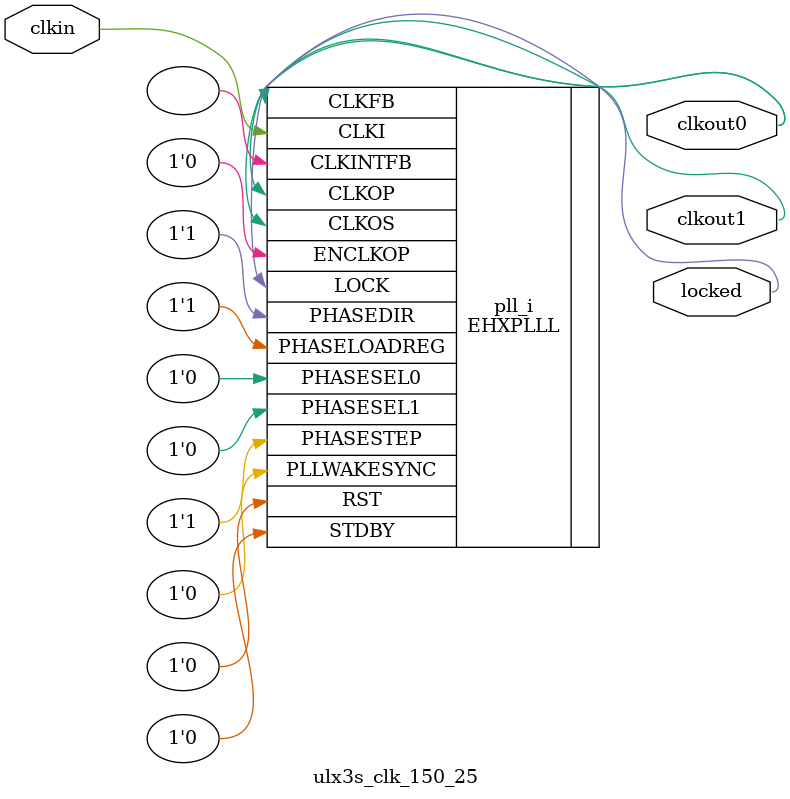
<source format=v>
module ulx3s_clk_150_25
(
    input clkin, // 25 MHz, 0 deg
    output clkout0, // 150 MHz, 0 deg
    output clkout1, // 25 MHz, 0 deg
    output locked
);
(* FREQUENCY_PIN_CLKI="25" *)
(* FREQUENCY_PIN_CLKOP="150" *)
(* FREQUENCY_PIN_CLKOS="25" *)
(* ICP_CURRENT="12" *) (* LPF_RESISTOR="8" *) (* MFG_ENABLE_FILTEROPAMP="1" *) (* MFG_GMCREF_SEL="2" *)
EHXPLLL #(
        .PLLRST_ENA("DISABLED"),
        .INTFB_WAKE("DISABLED"),
        .STDBY_ENABLE("DISABLED"),
        .DPHASE_SOURCE("DISABLED"),
        .OUTDIVIDER_MUXA("DIVA"),
        .OUTDIVIDER_MUXB("DIVB"),
        .OUTDIVIDER_MUXC("DIVC"),
        .OUTDIVIDER_MUXD("DIVD"),
        .CLKI_DIV(1),
        .CLKOP_ENABLE("ENABLED"),
        .CLKOP_DIV(4),
        .CLKOP_CPHASE(2),
        .CLKOP_FPHASE(0),
        .CLKOS_ENABLE("ENABLED"),
        .CLKOS_DIV(24),
        .CLKOS_CPHASE(2),
        .CLKOS_FPHASE(0),
        .FEEDBK_PATH("CLKOP"),
        .CLKFB_DIV(6)
    ) pll_i (
        .RST(1'b0),
        .STDBY(1'b0),
        .CLKI(clkin),
        .CLKOP(clkout0),
        .CLKOS(clkout1),
        .CLKFB(clkout0),
        .CLKINTFB(),
        .PHASESEL0(1'b0),
        .PHASESEL1(1'b0),
        .PHASEDIR(1'b1),
        .PHASESTEP(1'b1),
        .PHASELOADREG(1'b1),
        .PLLWAKESYNC(1'b0),
        .ENCLKOP(1'b0),
        .LOCK(locked)
	);
endmodule

</source>
